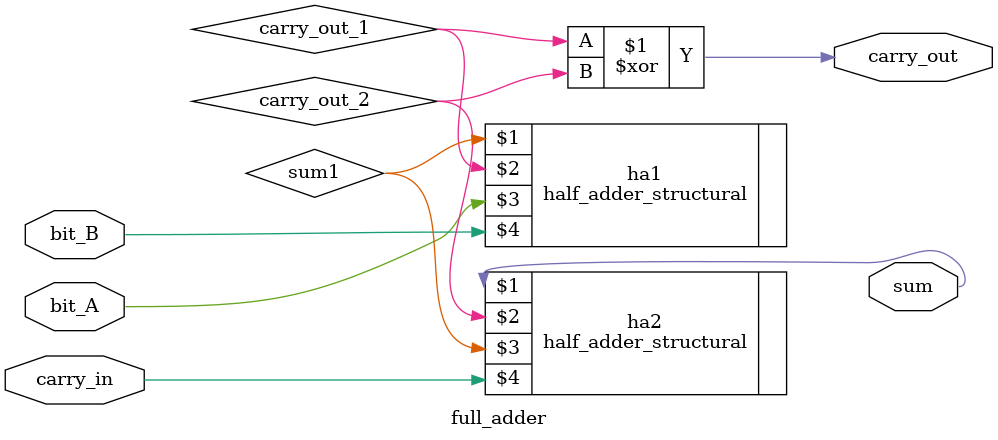
<source format=v>
`timescale 1ns / 1ps


module full_adder(
		output sum,
		output carry_out,
		input bit_A,
		input bit_B,
		input carry_in
    );
	
	wire sum1, carry_out_1;
	
	// TODO 1.5: Implementai un full-adder folosind doua instane ale modulului half-adder creat anterior.
half_adder_structural ha1(sum1, carry_out_1, bit_A, bit_B);
half_adder_structural ha2(sum, carry_out_2, sum1, carry_in);

xor(carry_out, carry_out_1, carry_out_2);

endmodule

</source>
